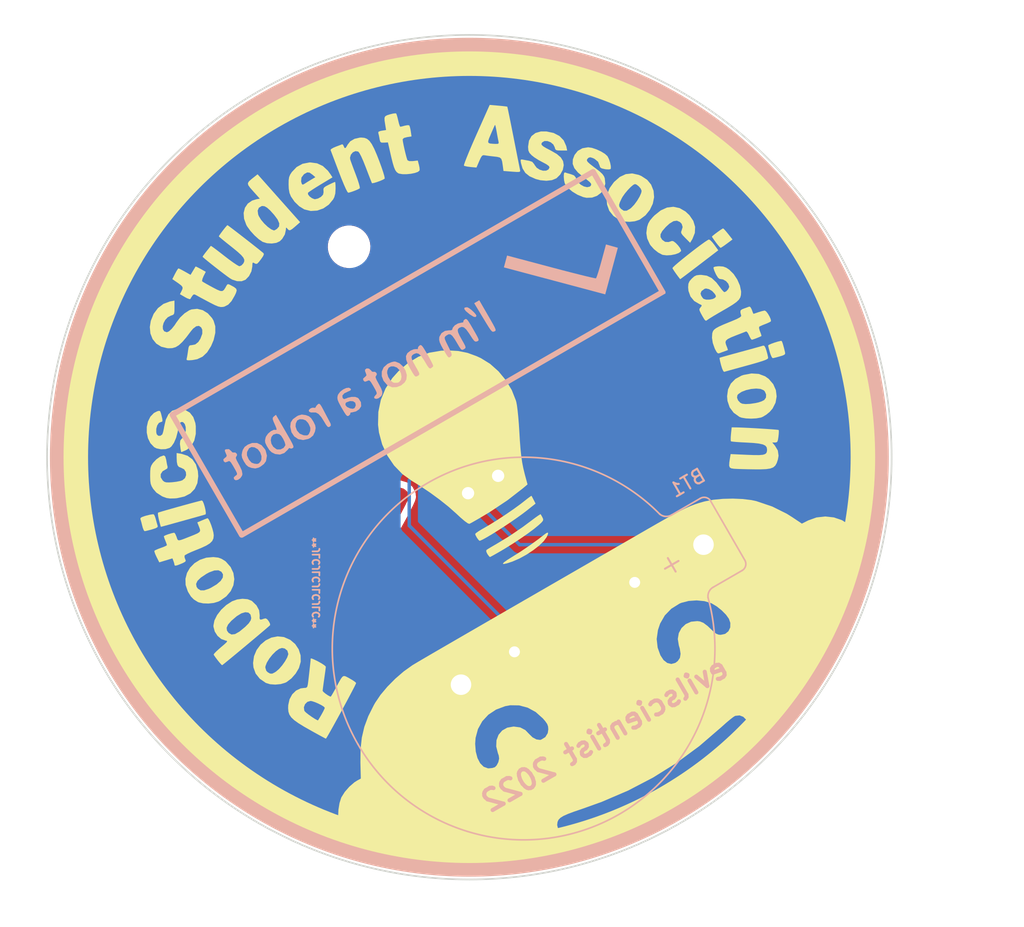
<source format=kicad_pcb>
(kicad_pcb (version 20211014) (generator pcbnew)
  (layers (0 "F.Cu" signal) (31 "B.Cu" signal) (34 "B.Paste" user) (35 "F.Paste" user) (36 "B.SilkS" user "B.Silkscreen") (37 "F.SilkS" user "F.Silkscreen") (38 "B.Mask" user) (39 "F.Mask" user) (44 "Edge.Cuts" user))
  (net 0 "")
  (net 1 "VCC")
  (net 2 "GND")
  (net 3 "/LED_N")
  (footprint "MountingHole:MountingHole_2.1mm" (layer "F.Cu") (at 62.2 73.6)
    (fp_text reference "U1" hide)
    (fp_text value "BADGE_PIN")
    (pad "" np_thru_hole circle (at 0 0) (size 2.1 2.1) (drill 2.1) (layers *.Cu *.Mask))
  )
  (footprint "RSA-Library:RSA-logo" (layer "F.Cu") (at 71 89)
    (fp_text reference "G***" (at 0 0) (layer "F.SilkS") (effects (font (size 1.524 1.524) (thickness 0.3))))
    (fp_text value "LOGO" hide)
    (fp_poly (pts (xy 4.501356 -13.876313) (xy 4.740457 -13.722947) (xy 4.835303 -13.604749) (xy 4.883874 -13.512425) (xy 4.917803 -13.426151) (xy 4.93036 -13.331257) (xy 4.914812 -13.21307) (xy 4.864428 -13.056919) (xy 4.772474 -12.848133) (xy 4.63222 -12.572041) (xy 4.436934 -12.213969) (xy 4.179882 -11.759248) (xy 3.854334 -11.193206) (xy 3.453558 -10.501171) (xy 3.250793 -10.151505) (xy 2.97384 -9.679295) (xy 2.714588 -9.247324) (xy 2.488795 -8.881067) (xy 2.312223 -8.606002) (xy 2.20063 -8.447606) (xy 2.186667 -8.431271) (xy 1.942276 -8.279658) (xy 1.63775 -8.236895) (xy 1.343478 -8.304481) (xy 1.189298 -8.410033) (xy 1.086133 -8.530889) (xy 1.022635 -8.662396) (xy 1.004707 -8.821057) (xy 1.038254 -9.023374) (xy 1.129178 -9.285849) (xy 1.283384 -9.624984) (xy 1.506775 -10.057281) (xy 1.805255 -10.599242) (xy 2.184728 -11.26737) (xy 2.255984 -11.391665) (xy 2.638102 -12.056221) (xy 2.947029 -12.58861) (xy 3.193324 -13.004489) (xy 3.387549 -13.319513) (xy 3.540263 -13.549338) (xy 3.662026 -13.709622) (xy 3.763397 -13.81602) (xy 3.854938 -13.884188) (xy 3.947208 -13.929782) (xy 3.975468 -13.940964) (xy 4.221252 -13.958803)) (layer "F.Cu") (width 0) (fill solid))
    (fp_poly (pts (xy -4.798241 2.304116) (xy -4.567411 2.486547) (xy -4.433953 2.746673) (xy -4.417391 2.888274) (xy -4.459385 3.032413) (xy -4.576954 3.296394) (xy -4.757481 3.658278) (xy -4.988349 4.096129) (xy -5.25694 4.588007) (xy -5.550637 5.111975) (xy -5.856823 5.646094) (xy -6.162879 6.168428) (xy -6.456189 6.657037) (xy -6.724136 7.089984) (xy -6.954101 7.445331) (xy -7.133467 7.70114) (xy -7.249617 7.835473) (xy -7.270434 7.848877) (xy -7.581474 7.905189) (xy -7.894157 7.862254) (xy -8.135163 7.731257) (xy -8.151874 7.714417) (xy -8.249282 7.594026) (xy -8.309718 7.466126) (xy -8.327072 7.313988) (xy -8.295238 7.120885) (xy -8.208107 6.870088) (xy -8.05957 6.54487) (xy -7.843519 6.128502) (xy -7.553847 5.604257) (xy -7.184444 4.955406) (xy -7.074657 4.764353) (xy -6.749105 4.203122) (xy -6.44211 3.682576) (xy -6.166125 3.223158) (xy -5.933602 2.845312) (xy -5.756995 2.569482) (xy -5.648756 2.416112) (xy -5.634371 2.399833) (xy -5.375781 2.243076) (xy -5.082385 2.217064)) (layer "F.Cu") (width 0) (fill solid))
    (fp_poly (pts (xy -8.100456 -3.536427) (xy -7.905395 -3.270312) (xy -7.8564 -2.964698) (xy -7.95347 -2.666865) (xy -8.100456 -2.495011) (xy -8.334558 -2.293645) (xy -13.854545 -2.293645) (xy -14.063058 -2.502158) (xy -14.240992 -2.786198) (xy -14.265997 -3.101432) (xy -14.138705 -3.406361) (xy -14.047613 -3.513834) (xy -13.823654 -3.737792) (xy -8.334558 -3.737792)) (layer "F.Cu") (width 0) (fill solid))
    (fp_poly (pts (xy 10.580116 -3.529279) (xy 10.754267 -3.25371) (xy 10.788629 -3.015719) (xy 10.719306 -2.691618) (xy 10.580116 -2.502158) (xy 10.371603 -2.293645) (xy 4.834418 -2.293645) (xy 4.625905 -2.502158) (xy 4.451753 -2.777727) (xy 4.417392 -3.015719) (xy 4.486715 -3.339819) (xy 4.625905 -3.529279) (xy 4.834418 -3.737792) (xy 10.371603 -3.737792)) (layer "F.Cu") (width 0) (fill solid))
    (fp_poly (pts (xy -7.33784 -13.896021) (xy -7.198736 -13.825585) (xy -7.12929 -13.733248) (xy -6.988384 -13.515694) (xy -6.78913 -13.195059) (xy -6.544641 -12.793479) (xy -6.268032 -12.33309) (xy -5.972416 -11.836028) (xy -5.670906 -11.32443) (xy -5.376615 -10.820432) (xy -5.102657 -10.34617) (xy -4.862146 -9.92378) (xy -4.668194 -9.575399) (xy -4.54941 -9.353366) (xy -4.429283 -8.988366) (xy -4.471813 -8.671426) (xy -4.625904 -8.448647) (xy -4.908183 -8.275376) (xy -5.231014 -8.244534) (xy -5.540922 -8.357041) (xy -5.637339 -8.431271) (xy -5.732396 -8.552612) (xy -5.897866 -8.801644) (xy -6.121146 -9.157821) (xy -6.389637 -9.600594) (xy -6.690735 -10.109417) (xy -7.011841 -10.663741) (xy -7.086223 -10.793799) (xy -7.474628 -11.478807) (xy -7.782142 -12.034619) (xy -8.01482 -12.478008) (xy -8.178716 -12.825744) (xy -8.279885 -13.0946) (xy -8.32438 -13.301348) (xy -8.318257 -13.462759) (xy -8.26757 -13.595605) (xy -8.178373 -13.716657) (xy -8.151874 -13.745854) (xy -7.925816 -13.881838) (xy -7.627936 -13.934114)) (layer "F.Cu") (width 0) (fill solid))
    (fp_circle (center 0 0) (end 30.900434 0) (layer "Edge.Cuts") (width 0.12) (fill none))
  )
  (footprint "RSA-Library:RSA-text" (layer "F.Cu") (at 69.6 84.6)
    (fp_text reference "G***" (at 0 0) (layer "F.SilkS") (effects (font (size 1.524 1.524) (thickness 0.3))))
    (fp_text value "LOGO" hide)
  )
  (footprint "LED_THT:LED_D3.0mm_Horizontal_O1.27mm_Z2.0mm" (layer "F.Cu") (at 73.104182 90.3625 -150)
    (fp_text reference "D1" (at 1.337435 2.691858 -150) (layer "F.SilkS"))
    (fp_text value "Red")
    (pad "1" thru_hole rect (at 0 0 210) (size 1.8 1.8) (drill 0.9) (layers *.Cu *.Mask) (net 3 "/LED_N"))
    (pad "2" thru_hole circle (at 2.54 0 210) (size 1.8 1.8) (drill 0.9) (layers *.Cu *.Mask) (net 1 "VCC"))
  )
  (footprint "RSA-Library:not-a-robot" (layer "F.Cu") (at 67.2 81.4 30)
    (fp_text reference "G***" hide)
    (fp_text value "LOGO" hide)
  )
  (footprint "Resistor_THT:R_Axial_DIN0207_L6.3mm_D2.5mm_P10.16mm_Horizontal" (layer "F.Cu") (at 83.099409 98.16 -150)
    (fp_text reference "R1" (at 5.08 -2.37 30) (layer "F.SilkS"))
    (fp_text value "100R")
    (pad "1" thru_hole circle (at 0 0 210) (size 1.6 1.6) (drill 0.8) (layers *.Cu *.Mask) (net 2 "GND"))
    (pad "2" thru_hole oval (at 10.16 0 210) (size 1.6 1.6) (drill 0.8) (layers *.Cu *.Mask) (net 3 "/LED_N"))
  )
  (footprint "Battery:BatteryHolder_Keystone_106_1x20mm" (layer "B.Cu") (at 88.133355 95.4 -150)
    (fp_text reference "BT1" (at -1.25 4.5 30) (layer "B.SilkS") (effects (justify mirror)))
    (fp_text value "3V CR2032")
    (fp_text user "+" (at 2.75 0 30) (layer "B.SilkS") (effects (font (size 1.5 1.5)) (justify mirror)))
    (pad "1" thru_hole rect (at 0 0 210) (size 3 3) (drill 1.5) (layers *.Cu *.Mask) (net 1 "VCC"))
    (pad "2" thru_hole circle (at 20.49 0 210) (size 3 3) (drill 1.5) (layers *.Cu *.Mask) (net 2 "GND"))
  )
  (gr_circle (center 71 89) (end 101.193542 89) (layer "B.SilkS") (width 1) (fill none))
  (gr_text "**JLCJLCJLCJLC**" (at 59.8 98.2 90) (layer "B.SilkS") (effects (font (size 0.5 0.5) (thickness 0.125)) (justify mirror)))
  (gr_text "evilscientist 2022" (at 80.9 109.3 30) (layer "B.SilkS") (effects (font (size 1.5 1.5) (thickness 0.3)) (justify mirror)))
  (segment (start 74.671977 95.4) (end 70.904477 91.6325) (width 0.25) (layer "B.Cu") (net 1))
  (segment (start 88.133355 95.4) (end 74.671977 95.4) (width 0.25) (layer "B.Cu") (net 1))
  (segment (start 66.6 94) (end 66.6 90.7) (width 0.25) (layer "B.Cu") (net 3))
  (segment (start 74.300591 103.24) (end 74.300591 101.700591) (width 0.25) (layer "B.Cu") (net 3))
  (segment (start 68.5 88.8) (end 71.541682 88.8) (width 0.25) (layer "B.Cu") (net 3))
  (segment (start 66.6 90.7) (end 68.5 88.8) (width 0.25) (layer "B.Cu") (net 3))
  (segment (start 74.300591 101.700591) (end 66.6 94) (width 0.25) (layer "B.Cu") (net 3))
  (segment (start 71.541682 88.8) (end 73.104182 90.3625) (width 0.25) (layer "B.Cu") (net 3))
  (zone (net 2) (net_name "GND") (layers F&B.Cu) (connect_pads (clearance 0.508)) (min_thickness 0.254) (fill yes (thermal_gap 0.508) (thermal_bridge_width 0.508))
    (polygon (pts (xy 87.062986 58.343707) (xy 102.6 66.8) (xy 111.6 82.5) (xy 97.2 116.5) (xy 72.7 123.4) (xy 53.7 119) (xy 38.1 111.5) (xy 36.655472 72.07585) (xy 49.855472 57.67585) (xy 55 55.9) (xy 61.062986 55.543707)))
  )
)
</source>
